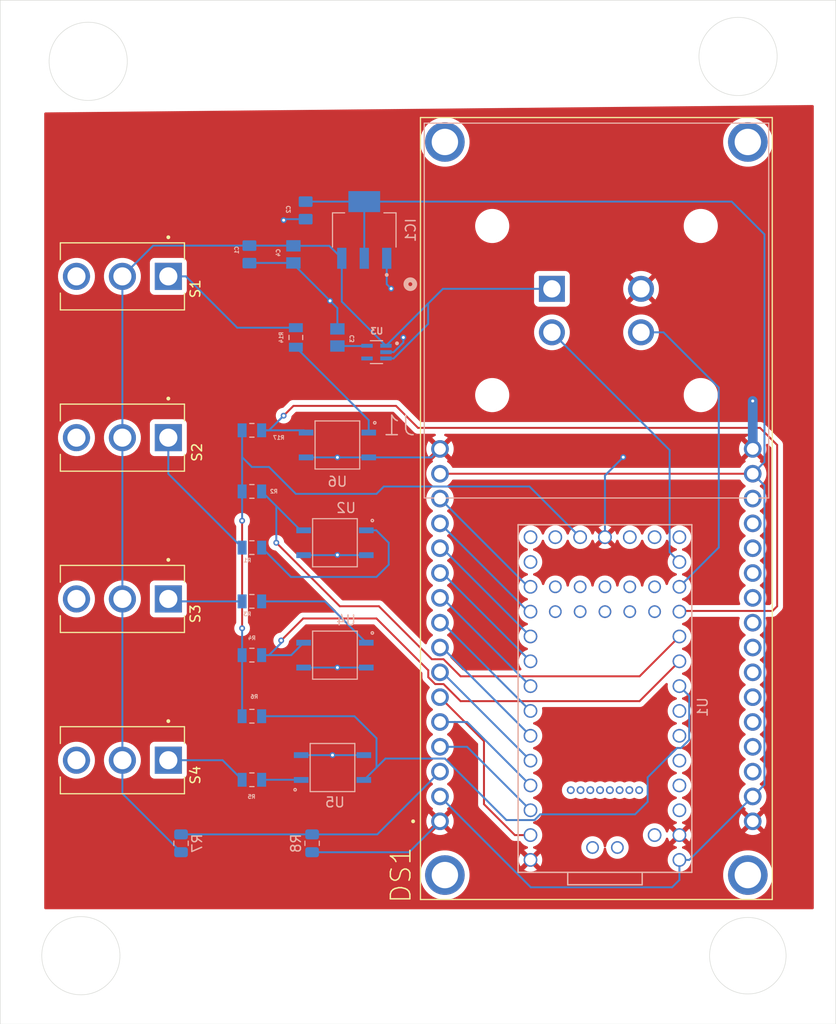
<source format=kicad_pcb>
(kicad_pcb (version 20241229) (generator "pcbnew") (generator_version "9.0")
  (layers (0 "F.Cu" signal) (2 "B.Cu" signal) (13 "F.Paste" user) (15 "B.Paste" user) (5 "F.SilkS" user "F.Silkscreen") (7 "B.SilkS" user "B.Silkscreen") (1 "F.Mask" user) (3 "B.Mask" user) (25 "Edge.Cuts" user))
  (net 0 "")
  (net 1 "+1.3V")
  (net 2 "GND")
  (net 3 "+12V")
  (net 4 "Net-(U1-0_RX1_CRX2_CS1)")
  (net 5 "Net-(U1-2_OUT2)")
  (net 6 "Net-(U1-4_BCLK2)")
  (net 7 "Net-(U1-5_IN2)")
  (net 8 "Net-(U1-3_LRCLK2)")
  (net 9 "Net-(U1-6_OUT1D)")
  (net 10 "Net-(U1-1_TX1_CTX2_MISO1)")
  (net 11 "Net-(U1-10_CS_MQSR)")
  (net 12 "Net-(U1-8_TX2_IN1)")
  (net 13 "+5V")
  (net 14 "Net-(U1-9_OUT1C)")
  (net 15 "Net-(U1-7_RX2_OUT1A)")
  (net 16 "Net-(U1-15_A1_RX3_SPDIF_IN)")
  (net 17 "Net-(U1-14_A0_TX3_SPDIF_OUT)")
  (net 51 "+3.7V")
  (net 56 "Net-(R14-Pad1)")
  (net 57 "Net-(R1-Pad1)")
  (net 59 "Net-(R3-Pad1)")
  (net 62 "Net-(R5-Pad1)")
  (net 63 "Net-(U1-17_A3_TX4_SDA1)")
  (net 64 "+3.3V")
  (net 65 "Net-(U1-19_A5_SCL0)")
  (net 66 "Net-(U1-16_A2_RX4_SCL1)")
  (net 67 "Net-(U1-18_A4_SDA0)")
  (net 68 "Net-(R1-Pad2)")
  (net 69 "Net-(R3-Pad2)")
  (net 70 "Net-(R5-Pad2)")
  (net 71 "Net-(R14-Pad2)")
  (footprint "100SP1T1B4M2QE:SW_100SP1T1B4M2QE" (layer "F.Cu") (at 139.25 107 -90)
    (property "Reference" "S4" (at 1.52 -7.465 90) (layer "F.SilkS"))
    (property "Value" "100SP1T1B4M2QE")
    (pad "1" thru_hole rect (at 0 -4.7 270) (size 2.775 2.775) (drill 1.85) (layers "*.Cu" "*.Mask") (net 62 "Net-(R5-Pad1)"))
    (pad "2" thru_hole circle (at 0 0 270) (size 2.775 2.775) (drill 1.85) (layers "*.Cu" "*.Mask") (net 3 "+12V"))
    (pad "3" thru_hole circle (at 0 4.7 270) (size 2.775 2.775) (drill 1.85) (layers "*.Cu" "*.Mask"))
  )
  (footprint "100SP1T1B4M2QE:SW_100SP1T1B4M2QE" (layer "F.Cu") (at 139.25 57.5 -90)
    (property "Reference" "S1" (at 1.27 -7.465 90) (layer "F.SilkS"))
    (property "Value" "100SP1T1B4M2QE")
    (pad "1" thru_hole rect (at 0 -4.7 270) (size 2.775 2.775) (drill 1.85) (layers "*.Cu" "*.Mask") (net 56 "Net-(R14-Pad1)"))
    (pad "2" thru_hole circle (at 0 0 270) (size 2.775 2.775) (drill 1.85) (layers "*.Cu" "*.Mask") (net 3 "+12V"))
    (pad "3" thru_hole circle (at 0 4.7 270) (size 2.775 2.775) (drill 1.85) (layers "*.Cu" "*.Mask"))
  )
  (footprint "100SP1T1B4M2QE:SW_100SP1T1B4M2QE" (layer "F.Cu") (at 139.25 90.5 -90)
    (property "Reference" "S3" (at 1.52 -7.465 90) (layer "F.SilkS"))
    (property "Value" "100SP1T1B4M2QE")
    (pad "1" thru_hole rect (at 0 -4.7 270) (size 2.775 2.775) (drill 1.85) (layers "*.Cu" "*.Mask") (net 59 "Net-(R3-Pad1)"))
    (pad "2" thru_hole circle (at 0 0 270) (size 2.775 2.775) (drill 1.85) (layers "*.Cu" "*.Mask") (net 3 "+12V"))
    (pad "3" thru_hole circle (at 0 4.7 270) (size 2.775 2.775) (drill 1.85) (layers "*.Cu" "*.Mask"))
  )
  (footprint "100SP1T1B4M2QE:SW_100SP1T1B4M2QE" (layer "F.Cu") (at 139.25 74 -90)
    (property "Reference" "S2" (at 1.5 -7.635 90) (layer "F.SilkS"))
    (property "Value" "100SP1T1B4M2QE")
    (pad "1" thru_hole rect (at 0 -4.7 270) (size 2.775 2.775) (drill 1.85) (layers "*.Cu" "*.Mask") (net 57 "Net-(R1-Pad1)"))
    (pad "2" thru_hole circle (at 0 0 270) (size 2.775 2.775) (drill 1.85) (layers "*.Cu" "*.Mask") (net 3 "+12V"))
    (pad "3" thru_hole circle (at 0 4.7 270) (size 2.775 2.775) (drill 1.85) (layers "*.Cu" "*.Mask"))
  )
  (footprint "NHD-0216K1Z-NSW-BBW-L:NHD_NHD-0216K1Z-NSW-BBW-L" (layer "F.Cu") (at 187.75 81.25 90)
    (property "Reference" "DS1" (at -37.5 -20 90) (layer "F.SilkS") (effects (font (size 2 2))))
    (property "Value" "NHD-0216K1Z-NSW-BBW-L")
    (pad "1_1" thru_hole circle (at -32 -16 90) (size 1.8 1.8) (drill 1.2) (layers "*.Cu" "*.Mask") (net 2 "GND"))
    (pad "1_2" thru_hole circle (at -32 16 90) (size 1.8 1.8) (drill 1.2) (layers "*.Cu" "*.Mask") (net 2 "GND"))
    (pad "2_1" thru_hole circle (at -29.46 -16 90) (size 1.8 1.8) (drill 1.2) (layers "*.Cu" "*.Mask") (net 13 "+5V"))
    (pad "2_2" thru_hole circle (at -29.46 16 90) (size 1.8 1.8) (drill 1.2) (layers "*.Cu" "*.Mask") (net 13 "+5V"))
    (pad "3_1" thru_hole circle (at -26.92 -16 90) (size 1.8 1.8) (drill 1.2) (layers "*.Cu" "*.Mask") (net 51 "+3.7V"))
    (pad "3_2" thru_hole circle (at -26.92 16 90) (size 1.8 1.8) (drill 1.2) (layers "*.Cu" "*.Mask") (net 51 "+3.7V"))
    (pad "4_1" thru_hole circle (at -24.38 -16 90) (size 1.8 1.8) (drill 1.2) (layers "*.Cu" "*.Mask") (net 10 "Net-(U1-1_TX1_CTX2_MISO1)"))
    (pad "4_2" thru_hole circle (at -24.38 16 90) (size 1.8 1.8) (drill 1.2) (layers "*.Cu" "*.Mask") (net 10 "Net-(U1-1_TX1_CTX2_MISO1)"))
    (pad "5_1" thru_hole circle (at -21.84 -16 90) (size 1.8 1.8) (drill 1.2) (layers "*.Cu" "*.Mask") (net 5 "Net-(U1-2_OUT2)"))
    (pad "5_2" thru_hole circle (at -21.84 16 90) (size 1.8 1.8) (drill 1.2) (layers "*.Cu" "*.Mask") (net 5 "Net-(U1-2_OUT2)"))
    (pad "6_1" thru_hole circle (at -19.3 -16 90) (size 1.8 1.8) (drill 1.2) (layers "*.Cu" "*.Mask") (net 4 "Net-(U1-0_RX1_CRX2_CS1)"))
    (pad "6_2" thru_hole circle (at -19.3 16 90) (size 1.8 1.8) (drill 1.2) (layers "*.Cu" "*.Mask") (net 4 "Net-(U1-0_RX1_CRX2_CS1)"))
    (pad "7_1" thru_hole circle (at -16.76 -16 90) (size 1.8 1.8) (drill 1.2) (layers "*.Cu" "*.Mask") (net 8 "Net-(U1-3_LRCLK2)"))
    (pad "7_2" thru_hole circle (at -16.76 16 90) (size 1.8 1.8) (drill 1.2) (layers "*.Cu" "*.Mask") (net 8 "Net-(U1-3_LRCLK2)"))
    (pad "8_1" thru_hole circle (at -14.22 -16 90) (size 1.8 1.8) (drill 1.2) (layers "*.Cu" "*.Mask") (net 6 "Net-(U1-4_BCLK2)"))
    (pad "8_2" thru_hole circle (at -14.22 16 90) (size 1.8 1.8) (drill 1.2) (layers "*.Cu" "*.Mask") (net 6 "Net-(U1-4_BCLK2)"))
    (pad "9_1" thru_hole circle (at -11.68 -16 90) (size 1.8 1.8) (drill 1.2) (layers "*.Cu" "*.Mask") (net 7 "Net-(U1-5_IN2)"))
    (pad "9_2" thru_hole circle (at -11.68 16 90) (size 1.8 1.8) (drill 1.2) (layers "*.Cu" "*.Mask") (net 7 "Net-(U1-5_IN2)"))
    (pad "10_1" thru_hole circle (at -9.14 -16 90) (size 1.8 1.8) (drill 1.2) (layers "*.Cu" "*.Mask") (net 9 "Net-(U1-6_OUT1D)"))
    (pad "10_2" thru_hole circle (at -9.14 16 90) (size 1.8 1.8) (drill 1.2) (layers "*.Cu" "*.Mask") (net 9 "Net-(U1-6_OUT1D)"))
    (pad "11_1" thru_hole circle (at -6.6 -16 90) (size 1.8 1.8) (drill 1.2) (layers "*.Cu" "*.Mask") (net 15 "Net-(U1-7_RX2_OUT1A)"))
    (pad "11_2" thru_hole circle (at -6.6 16 90) (size 1.8 1.8) (drill 1.2) (layers "*.Cu" "*.Mask") (net 15 "Net-(U1-7_RX2_OUT1A)"))
    (pad "12_1" thru_hole circle (at -4.06 -16 90) (size 1.8 1.8) (drill 1.2) (layers "*.Cu" "*.Mask") (net 12 "Net-(U1-8_TX2_IN1)"))
    (pad "12_2" thru_hole circle (at -4.06 16 90) (size 1.8 1.8) (drill 1.2) (layers "*.Cu" "*.Mask") (net 12 "Net-(U1-8_TX2_IN1)"))
    (pad "13_1" thru_hole circle (at -1.52 -16 90) (size 1.8 1.8) (drill 1.2) (layers "*.Cu" "*.Mask") (net 14 "Net-(U1-9_OUT1C)"))
    (pad "13_2" thru_hole circle (at -1.52 16 90) (size 1.8 1.8) (drill 1.2) (layers "*.Cu" "*.Mask") (net 14 "Net-(U1-9_OUT1C)"))
    (pad "14_1" thru_hole circle (at 1.02 -16 90) (size 1.8 1.8) (drill 1.2) (layers "*.Cu" "*.Mask") (net 11 "Net-(U1-10_CS_MQSR)"))
    (pad "14_2" thru_hole circle (at 1.02 16 90) (size 1.8 1.8) (drill 1.2) (layers "*.Cu" "*.Mask") (net 11 "Net-(U1-10_CS_MQSR)"))
    (pad "15_1" thru_hole circle (at 3.56 -16 90) (size 1.8 1.8) (drill 1.2) (layers "*.Cu" "*.Mask") (net 13 "+5V"))
    (pad "15_2" thru_hole circle (at 3.56 16 90) (size 1.8 1.8) (drill 1.2) (layers "*.Cu" "*.Mask") (net 13 "+5V"))
    (pad "16_1" thru_hole circle (at 6.1 -16 90) (size 1.8 1.8) (drill 1.2) (layers "*.Cu" "*.Mask") (net 2 "GND"))
    (pad "16_2" thru_hole circle (at 6.1 16 90) (size 1.8 1.8) (drill 1.2) (layers "*.Cu" "*.Mask") (net 2 "GND"))
    (pad "S1" thru_hole circle (at -37.5 15.5 90) (size 4.05 4.05) (drill 2.7) (layers "*.Cu" "*.Mask"))
    (pad "S2" thru_hole circle (at 37.5 15.5 90) (size 4.05 4.05) (drill 2.7) (layers "*.Cu" "*.Mask"))
    (pad "S3" thru_hole circle (at -37.5 -15.5 90) (size 4.05 4.05) (drill 2.7) (layers "*.Cu" "*.Mask"))
    (pad "S4" thru_hole circle (at 37.5 -15.5 90) (size 4.05 4.05) (drill 2.7) (layers "*.Cu" "*.Mask"))
  )
  (footprint "teensy.pretty-master:Teensy40_SMT" (layer "B.Cu") (at 188.63 100.69 90)
    (property "Reference" "U1" (at -0.885 10 90) (layer "B.SilkS") (effects (justify mirror)))
    (property "Value" "Teensy4.0")
    (pad "1" thru_hole circle (at -16.51 -7.62 90) (size 1.404 1.404) (drill 1.1) (layers "*.Cu" "*.Mask") (net 2 "GND"))
    (pad "2" thru_hole circle (at -13.97 -7.62 90) (size 1.404 1.404) (drill 1.1) (layers "*.Cu" "*.Mask") (net 4 "Net-(U1-0_RX1_CRX2_CS1)"))
    (pad "3" thru_hole circle (at -11.43 -7.62 90) (size 1.404 1.404) (drill 1.1) (layers "*.Cu" "*.Mask") (net 10 "Net-(U1-1_TX1_CTX2_MISO1)"))
    (pad "4" thru_hole circle (at -8.89 -7.62 90) (size 1.404 1.404) (drill 1.1) (layers "*.Cu" "*.Mask") (net 5 "Net-(U1-2_OUT2)"))
    (pad "5" thru_hole circle (at -6.35 -7.62 90) (size 1.404 1.404) (drill 1.1) (layers "*.Cu" "*.Mask") (net 8 "Net-(U1-3_LRCLK2)"))
    (pad "6" thru_hole circle (at -3.81 -7.62 90) (size 1.404 1.404) (drill 1.1) (layers "*.Cu" "*.Mask") (net 6 "Net-(U1-4_BCLK2)"))
    (pad "7" thru_hole circle (at -1.27 -7.62 90) (size 1.404 1.404) (drill 1.1) (layers "*.Cu" "*.Mask") (net 7 "Net-(U1-5_IN2)"))
    (pad "8" thru_hole circle (at 1.27 -7.62 90) (size 1.404 1.404) (drill 1.1) (layers "*.Cu" "*.Mask") (net 9 "Net-(U1-6_OUT1D)"))
    (pad "9" thru_hole circle (at 3.81 -7.62 90) (size 1.404 1.404) (drill 1.1) (layers "*.Cu" "*.Mask") (net 15 "Net-(U1-7_RX2_OUT1A)"))
    (pad "10" thru_hole circle (at 6.35 -7.62 90) (size 1.404 1.404) (drill 1.1) (layers "*.Cu" "*.Mask") (net 12 "Net-(U1-8_TX2_IN1)"))
    (pad "11" thru_hole circle (at 8.89 -7.62 90) (size 1.404 1.404) (drill 1.1) (layers "*.Cu" "*.Mask") (net 14 "Net-(U1-9_OUT1C)"))
    (pad "12" thru_hole circle (at 11.43 -7.62 90) (size 1.404 1.404) (drill 1.1) (layers "*.Cu" "*.Mask") (net 11 "Net-(U1-10_CS_MQSR)"))
    (pad "13" thru_hole circle (at 13.97 -7.62 90) (size 1.404 1.404) (drill 1.1) (layers "*.Cu" "*.Mask"))
    (pad "14" thru_hole circle (at 16.51 -7.62 90) (size 1.404 1.404) (drill 1.1) (layers "*.Cu" "*.Mask"))
    (pad "15" thru_hole circle (at 16.51 -5.08 90) (size 1.404 1.404) (drill 1.1) (layers "*.Cu" "*.Mask"))
    (pad "16" thru_hole circle (at 16.51 -2.54 90) (size 1.404 1.404) (drill 1.1) (layers "*.Cu" "*.Mask") (net 64 "+3.3V"))
    (pad "17" thru_hole circle (at 16.51 0 90) (size 1.404 1.404) (drill 1.1) (layers "*.Cu" "*.Mask") (net 2 "GND"))
    (pad "18" thru_hole circle (at 16.51 2.54 90) (size 1.404 1.404) (drill 1.1) (layers "*.Cu" "*.Mask"))
    (pad "19" thru_hole circle (at 16.51 5.08 90) (size 1.404 1.404) (drill 1.1) (layers "*.Cu" "*.Mask"))
    (pad "20" thru_hole circle (at 16.51 7.62 90) (size 1.404 1.404) (drill 1.1) (layers "*.Cu" "*.Mask"))
    (pad "21" thru_hole circle (at 13.97 7.62 90) (size 1.404 1.404) (drill 1.1) (layers "*.Cu" "*.Mask") (net 17 "Net-(U1-14_A0_TX3_SPDIF_OUT)"))
    (pad "22" thru_hole circle (at 11.43 7.62 90) (size 1.404 1.404) (drill 1.1) (layers "*.Cu" "*.Mask") (net 16 "Net-(U1-15_A1_RX3_SPDIF_IN)"))
    (pad "23" thru_hole circle (at 8.89 7.62 90) (size 1.404 1.404) (drill 1.1) (layers "*.Cu" "*.Mask") (net 66 "Net-(U1-16_A2_RX4_SCL1)"))
    (pad "24" thru_hole circle (at 6.35 7.62 90) (size 1.404 1.404) (drill 1.1) (layers "*.Cu" "*.Mask") (net 63 "Net-(U1-17_A3_TX4_SDA1)"))
    (pad "25" thru_hole circle (at 3.81 7.62 90) (size 1.404 1.404) (drill 1.1) (layers "*.Cu" "*.Mask") (net 67 "Net-(U1-18_A4_SDA0)"))
    (pad "26" thru_hole circle (at 1.27 7.62 90) (size 1.404 1.404) (drill 1.1) (layers "*.Cu" "*.Mask") (net 65 "Net-(U1-19_A5_SCL0)"))
    (pad "27" thru_hole circle (at -1.27 7.62 90) (size 1.404 1.404) (drill 1.1) (layers "*.Cu" "*.Mask"))
    (pad "28" thru_hole circle (at -3.81 7.62 90) (size 1.404 1.404) (drill 1.1) (layers "*.Cu" "*.Mask"))
    (pad "29" thru_hole circle (at -6.35 7.62 90) (size 1.404 1.404) (drill 1.1) (layers "*.Cu" "*.Mask"))
    (pad "30" thru_hole circle (at -8.89 7.62 90) (size 1.404 1.404) (drill 1.1) (layers "*.Cu" "*.Mask"))
    (pad "31" thru_hole circle (at -11.43 7.62 90) (size 1.404 1.404) (drill 1.1) (layers "*.Cu" "*.Mask"))
    (pad "32" thru_hole circle (at -13.97 7.62 90) (size 1.404 1.404) (drill 1.1) (layers "*.Cu" "*.Mask") (net 2 "GND"))
    (pad "33" thru_hole circle (at -16.51 7.62 90) (size 1.404 1.404) (drill 1.1) (layers "*.Cu" "*.Mask") (net 13 "+5V"))
    (pad "34" thru_hole circle (at -13.97 5.08 90) (size 1.404 1.404) (drill 1.1) (layers "*.Cu" "*.Mask"))
    (pad "35" thru_hole circle (at 11.43 5.08 90) (size 1.304 1.304) (drill 1) (layers "*.Cu" "*.Mask"))
    (pad "36" thru_hole circle (at 8.89 5.08 90) (size 1.304 1.304) (drill 1) (layers "*.Cu" "*.Mask"))
    (pad "37" thru_hole circle (at 11.43 2.54 90) (size 1.304 1.304) (drill 1) (layers "*.Cu" "*.Mask"))
    (pad "38" thru_hole circle (at 8.89 2.54 90) (size 1.304 1.304) (drill 1) (layers "*.Cu" "*.Mask"))
    (pad "39" thru_hole circle (at 11.43 0 90) (size 1.304 1.304) (drill 1) (layers "*.Cu" "*.Mask"))
    (pad "40" thru_hole circle (at 8.89 0 90) (size 1.304 1.304) (drill 1) (layers "*.Cu" "*.Mask"))
    (pad "41" thru_hole circle (at 11.43 -2.54 90) (size 1.304 1.304) (drill 1) (layers "*.Cu" "*.Mask"))
    (pad "42" thru_hole circle (at 8.89 -2.54 90) (size 1.304 1.304) (drill 1) (layers "*.Cu" "*.Mask"))
    (pad "43" thru_hole circle (at 11.43 -5.08 90) (size 1.304 1.304) (drill 1) (layers "*.Cu" "*.Mask"))
    (pad "44" thru_hole circle (at 8.89 -5.08 90) (size 1.304 1.304) (drill 1) (layers "*.Cu" "*.Mask"))
    (pad "45" thru_hole circle (at -9.3716 3.5 90) (size 0.804 0.804) (drill 0.5) (layers "*.Cu" "*.Mask"))
    (pad "46" thru_hole circle (at -9.3716 2.5 90) (size 0.804 0.804) (drill 0.5) (layers "*.Cu" "*.Mask"))
    (pad "47" thru_hole circle (at -9.3716 1.5 90) (size 0.804 0.804) (drill 0.5) (layers "*.Cu" "*.Mask"))
    (pad "48" thru_hole circle (at -9.3716 0.5 90) (size 0.804 0.804) (drill 0.5) (layers "*.Cu" "*.Mask"))
    (pad "49" thru_hole circle (at -9.3716 -0.5 90) (size 0.804 0.804) (drill 0.5) (layers "*.Cu" "*.Mask"))
    (pad "50" thru_hole circle (at -9.3716 -1.5 90) (size 0.804 0.804) (drill 0.5) (layers "*.Cu" "*.Mask"))
    (pad "51" thru_hole circle (at -9.3716 -2.5 90) (size 0.804 0.804) (drill 0.5) (layers "*.Cu" "*.Mask"))
    (pad "52" thru_hole circle (at -9.3716 -3.5 90) (size 0.804 0.804) (drill 0.5) (layers "*.Cu" "*.Mask"))
    (pad "53" thru_hole circle (at -15.24 1.27 90) (size 1.304 1.304) (drill 1) (layers "*.Cu" "*.Mask"))
    (pad "54" thru_hole circle (at -15.24 -1.27 90) (size 1.304 1.304) (drill 1) (layers "*.Cu" "*.Mask"))
  )
  (footprint "CRCW08051K00FKEA:RESC2012X50N" (layer "B.Cu") (at 152.5 109)
    (property "Reference" "R5" (at -0.035 1.73 0) (layer "B.SilkS") (effects (font (size 0.393701 0.393701)) (justify mirror)))
    (property "Value" "10K")
    (pad "1" smd rect (at -1 0) (size 0.92 1.42) (layers "B.Cu" "B.Mask" "B.Paste") (net 62 "Net-(R5-Pad1)"))
    (pad "2" smd rect (at 1 0) (size 0.92 1.42) (layers "B.Cu" "B.Mask" "B.Paste") (net 70 "Net-(R5-Pad2)"))
  )
  (footprint "CRCW08051K00FKEA:RESC2012X50N" (layer "B.Cu") (at 152.5 90.75)
    (property "Reference" "R3" (at -0.46 1.3 0) (layer "B.SilkS") (effects (font (size 0.393701 0.393701)) (justify mirror)))
    (property "Value" "10K")
    (pad "1" smd rect (at -1 0) (size 0.92 1.42) (layers "B.Cu" "B.Mask" "B.Paste") (net 59 "Net-(R3-Pad1)"))
    (pad "2" smd rect (at 1 0) (size 0.92 1.42) (layers "B.Cu" "B.Mask" "B.Paste") (net 69 "Net-(R3-Pad2)"))
  )
  (footprint "CL21A106KOQNNNE:CAPC2012X140N" (layer "B.Cu") (at 152.25 55.25 -90)
    (property "Reference" "C1" (at -0.44 1.3 90) (layer "B.SilkS") (effects (font (size 0.393701 0.393701)) (justify mirror)))
    (property "Value" "CL21A106KOQNNNE")
    (pad "1" smd roundrect (at -0.895 0 270) (size 1.08 1.42) (layers "B.Cu" "B.Mask" "B.Paste") (roundrect_rratio 0.125) (net 3 "+12V"))
    (pad "2" smd roundrect (at 0.895 0 270) (size 1.08 1.42) (layers "B.Cu" "B.Mask" "B.Paste") (roundrect_rratio 0.125) (net 2 "GND"))
  )
  (footprint "CL21A106KOQNNNE:CAPC2012X140N" (layer "B.Cu") (at 158 50.75 -90)
    (property "Reference" "C2" (at -0.105 1.75 90) (layer "B.SilkS") (effects (font (size 0.393701 0.393701)) (justify mirror)))
    (property "Value" "CL21A106KOQNNNE")
    (pad "1" smd roundrect (at -0.895 0 270) (size 1.08 1.42) (layers "B.Cu" "B.Mask" "B.Paste") (roundrect_rratio 0.125) (net 13 "+5V"))
    (pad "2" smd roundrect (at 0.895 0 270) (size 1.08 1.42) (layers "B.Cu" "B.Mask" "B.Paste") (roundrect_rratio 0.125) (net 2 "GND"))
  )
  (footprint "MIC5365-1.3YC5-TR:SOT65P210X110-5N" (layer "B.Cu") (at 165.25 65.25 180)
    (property "Reference" "U3" (at -0.03 2.15 0) (layer "B.SilkS") (effects (font (size 0.64 0.64)) (justify mirror)))
    (property "Value" "MIC5365-1.3YC5-TR")
    (pad "1" smd rect (at -0.97 0.65 180) (size 1.17 0.4) (layers "B.Cu" "B.Mask" "B.Paste") (net 3 "+12V"))
    (pad "2" smd rect (at -0.97 0 180) (size 1.17 0.4) (layers "B.Cu" "B.Mask" "B.Paste") (net 2 "GND"))
    (pad "3" smd rect (at -0.97 -0.65 180) (size 1.17 0.4) (layers "B.Cu" "B.Mask" "B.Paste") (net 3 "+12V"))
    (pad "4" smd rect (at 0.97 -0.65 180) (size 1.17 0.4) (layers "B.Cu" "B.Mask" "B.Paste"))
    (pad "5" smd rect (at 0.97 0.65 180) (size 1.17 0.4) (layers "B.Cu" "B.Mask" "B.Paste") (net 1 "+1.3V"))
  )
  (footprint "VOM618A-3T:SOIC254P695X242-4N" (layer "B.Cu") (at 161.25 74.75 180)
    (property "Reference" "U6" (at 0 -3.75 0) (layer "B.SilkS") (effects (font (size 1.000898 1.000898)) (justify mirror)))
    (property "Value" "VOM618A-3T")
    (pad "1" smd rect (at -3.205 1.27 180) (size 1.5 0.6) (layers "B.Cu" "B.Mask" "B.Paste") (net 71 "Net-(R14-Pad2)"))
    (pad "2" smd rect (at -3.205 -1.27 180) (size 1.5 0.6) (layers "B.Cu" "B.Mask" "B.Paste") (net 2 "GND"))
    (pad "3" smd rect (at 3.205 -1.27 180) (size 1.5 0.6) (layers "B.Cu" "B.Mask" "B.Paste") (net 2 "GND"))
    (pad "4" smd rect (at 3.205 1.27 180) (size 1.5 0.6) (layers "B.Cu" "B.Mask" "B.Paste") (net 66 "Net-(U1-16_A2_RX4_SCL1)"))
  )
  (footprint "CRCW08051K00FKEA:RESC2012X50N" (layer "B.Cu") (at 152.5 79.5 180)
    (property "Reference" "R2" (at -2.25 0 0) (layer "B.SilkS") (effects (font (size 0.393701 0.393701)) (justify mirror)))
    (property "Value" "10K")
    (pad "1" smd rect (at -1 0 180) (size 0.92 1.42) (layers "B.Cu" "B.Mask" "B.Paste") (net 63 "Net-(U1-17_A3_TX4_SDA1)"))
    (pad "2" smd rect (at 1 0 180) (size 0.92 1.42) (layers "B.Cu" "B.Mask" "B.Paste") (net 64 "+3.3V"))
  )
  (footprint "C0805C104Z3VACTU:CAPC2012X88N" (layer "B.Cu") (at 161.25 63.75 90)
    (property "Reference" "C3" (at -0.125 1.5 90) (layer "B.SilkS") (effects (font (size 0.393701 0.393701)) (justify mirror)))
    (property "Value" "C0805C104Z3VACTU")
    (pad "1" smd rect (at -0.875 0 90) (size 1.16 1.47) (layers "B.Cu" "B.Mask" "B.Paste") (net 1 "+1.3V"))
    (pad "2" smd rect (at 0.875 0 90) (size 1.16 1.47) (layers "B.Cu" "B.Mask" "B.Paste") (net 2 "GND"))
  )
  (footprint "CRCW08051K00FKEA:RESC2012X50N" (layer "B.Cu") (at 152.5 96.25 180)
    (property "Reference" "R4" (at 0 1.75 0) (layer "B.SilkS") (effects (font (size 0.393701 0.393701)) (justify mirror)))
    (property "Value" "10K")
    (pad "1" smd rect (at -1 0 180) (size 0.92 1.42) (layers "B.Cu" "B.Mask" "B.Paste") (net 67 "Net-(U1-18_A4_SDA0)"))
    (pad "2" smd rect (at 1 0 180) (size 0.92 1.42) (layers "B.Cu" "B.Mask" "B.Paste") (net 64 "+3.3V"))
  )
  (footprint "CRCW08051K00FKEA:RESC2012X50N" (layer "B.Cu") (at 157 63.75 -90)
    (property "Reference" "R14" (at 0 1.5 90) (layer "B.SilkS") (effects (font (size 0.393701 0.393701)) (justify mirror)))
    (property "Value" "10K")
    (pad "1" smd rect (at -1 0 270) (size 0.92 1.42) (layers "B.Cu" "B.Mask" "B.Paste") (net 56 "Net-(R14-Pad1)"))
    (pad "2" smd rect (at 1 0 270) (size 0.92 1.42) (layers "B.Cu" "B.Mask" "B.Paste") (net 71 "Net-(R14-Pad2)"))
  )
  (footprint "VOM618A-3T:SOIC254P695X242-4N" (layer "B.Cu") (at 160.75 107.75)
    (property "Reference" "U5" (at 0.25 3.5592 0) (layer "B.SilkS") (effects (font (size 1.000898 1.000898)) (justify mirror)))
    (property "Value" "VOM618A-3T")
    (pad "1" smd rect (at -3.205 1.27) (size 1.5 0.6) (layers "B.Cu" "B.Mask" "B.Paste") (net 70 "Net-(R5-Pad2)"))
    (pad "2" smd rect (at -3.205 -1.27) (size 1.5 0.6) (layers "B.Cu" "B.Mask" "B.Paste") (net 2 "GND"))
    (pad "3" smd rect (at 3.205 -1.27) (size 1.5 0.6) (layers "B.Cu" "B.Mask" "B.Paste") (net 2 "GND"))
    (pad "4" smd rect (at 3.205 1.27) (size 1.5 0.6) (layers "B.Cu" "B.Mask" "B.Paste") (net 65 "Net-(U1-19_A5_SCL0)"))
  )
  (footprint "Resistor_SMD:R_0805_2012Metric" (layer "B.Cu") (at 145.25 115.5 90)
    (property "Reference" "R7" (at 0 1.65 90) (layer "B.SilkS") (effects (justify mirror)))
    (property "Value" "R_250")
    (pad "1" smd roundrect (at -0.9125 0 90) (size 1.025 1.4) (layers "B.Cu" "B.Mask" "B.Paste") (roundrect_rratio 0.243902) (net 3 "+12V"))
    (pad "2" smd roundrect (at 0.9125 0 90) (size 1.025 1.4) (layers "B.Cu" "B.Mask" "B.Paste") (roundrect_rratio 0.243902) (net 51 "+3.7V"))
  )
  (footprint "CRCW08051K00FKEA:RESC2012X50N" (layer "B.Cu") (at 152.5 102.5 180)
    (property "Reference" "R6" (at -0.25 2 0) (layer "B.SilkS") (effects (font (size 0.393701 0.393701)) (justify mirror)))
    (property "Value" "10K")
    (pad "1" smd rect (at -1 0 180) (size 0.92 1.42) (layers "B.Cu" "B.Mask" "B.Paste") (net 65 "Net-(U1-19_A5_SCL0)"))
    (pad "2" smd rect (at 1 0 180) (size 0.92 1.42) (layers "B.Cu" "B.Mask" "B.Paste") (net 64 "+3.3V"))
  )
  (footprint "C0805C104Z3VACTU:CAPC2012X88N" (layer "B.Cu") (at 156.75 55.25 -90)
    (property "Reference" "C4" (at -0.168 1.545 90) (layer "B.SilkS") (effects (font (size 0.393701 0.393701)) (justify mirror)))
    (property "Value" "C0805C104Z3VACTU")
    (pad "1" smd rect (at -0.875 0 270) (size 1.16 1.47) (layers "B.Cu" "B.Mask" "B.Paste") (net 3 "+12V"))
    (pad "2" smd rect (at 0.875 0 270) (size 1.16 1.47) (layers "B.Cu" "B.Mask" "B.Paste") (net 2 "GND"))
  )
  (footprint "VOM618A-3T:SOIC254P695X242-4N" (layer "B.Cu") (at 161 84.75 180)
    (property "Reference" "U2" (at -1.14404 3.5592 0) (layer "B.SilkS") (effects (font (size 1.000898 1.000898)) (justify mirror)))
    (property "Value" "VOM618A-3T")
    (pad "1" smd rect (at -3.205 1.27 180) (size 1.5 0.6) (layers "B.Cu" "B.Mask" "B.Paste") (net 68 "Net-(R1-Pad2)"))
    (pad "2" smd rect (at -3.205 -1.27 180) (size 1.5 0.6) (layers "B.Cu" "B.Mask" "B.Paste") (net 2 "GND"))
    (pad "3" smd rect (at 3.205 -1.27 180) (size 1.5 0.6) (layers "B.Cu" "B.Mask" "B.Paste") (net 2 "GND"))
    (pad "4" smd rect (at 3.205 1.27 180) (size 1.5 0.6) (layers "B.Cu" "B.Mask" "B.Paste") (net 63 "Net-(U1-17_A3_TX4_SDA1)"))
  )
  (footprint "DT15-4P:TE_DT15-4P" (layer "B.Cu") (at 187.7625 61)
    (property "Reference" "J1" (at -20.19 11.775 0) (layer "B.SilkS") (effects (font (size 2.002157 2.002157)) (justify mirror)))
    (property "Value" "DT15-4P")
    (pad "" np_thru_hole circle (at -10.67 -8.655) (size 2.99 2.99) (drill 2.99) (layers "*.Cu" "*.Mask"))
    (pad "" np_thru_hole circle (at -10.67 8.645) (size 2.99 2.99) (drill 2.99) (layers "*.Cu" "*.Mask"))
    (pad "" np_thru_hole circle (at 10.67 -8.655) (size 2.99 2.99) (drill 2.99) (layers "*.Cu" "*.Mask"))
    (pad "" np_thru_hole circle (at 10.67 8.645) (size 2.99 2.99) (drill 2.99) (layers "*.Cu" "*.Mask"))
    (pad "1" thru_hole rect (at -4.56 -2.225) (size 2.655 2.655) (drill 1.77) (layers "*.Cu" "*.Mask") (net 3 "+12V"))
    (pad "2" thru_hole circle (at -4.56 2.225) (size 2.655 2.655) (drill 1.77) (layers "*.Cu" "*.Mask") (net 17 "Net-(U1-14_A0_TX3_SPDIF_OUT)"))
    (pad "3" thru_hole circle (at 4.56 2.225) (size 2.655 2.655) (drill 1.77) (layers "*.Cu" "*.Mask") (net 16 "Net-(U1-15_A1_RX3_SPDIF_IN)"))
    (pad "4" thru_hole circle (at 4.56 -2.225) (size 2.655 2.655) (drill 1.77) (layers "*.Cu" "*.Mask") (net 2 "GND"))
  )
  (footprint "CRCW08051K00FKEA:RESC2012X50N" (layer "B.Cu") (at 152.5 73.25 180)
    (property "Reference" "R17" (at -2.75 -0.75 0) (layer "B.SilkS") (effects (font (size 0.393701 0.393701)) (justify mirror)))
    (property "Value" "10K")
    (pad "1" smd rect (at -1 0 180) (size 0.92 1.42) (layers "B.Cu" "B.Mask" "B.Paste") (net 66 "Net-(U1-16_A2_RX4_SCL1)"))
    (pad "2" smd rect (at 1 0 180) (size 0.92 1.42) (layers "B.Cu" "B.Mask" "B.Paste") (net 64 "+3.3V"))
  )
  (footprint "REG1117-5:SOT230P700X180-4N" (layer "B.Cu") (at 164 52.75 90)
    (property "Reference" "IC1" (at -0.025 4.754 90) (layer "B.SilkS") (effects (justify mirror)))
    (property "Value" "REG1117-5")
    (pad "1" smd rect (at -2.9 2.3 90) (size 2.15 0.95) (layers "B.Cu" "B.Mask" "B.Paste") (net 2 "GND"))
    (pad "2" smd rect (at -2.9 0 90) (size 2.15 0.95) (layers "B.Cu" "B.Mask" "B.Paste") (net 13 "+5V"))
    (pad "2" smd rect (at 2.9 0 90) (size 2.15 3.25) (layers "B.Cu" "B.Mask" "B.Paste") (net 13 "+5V"))
    (pad "3" smd rect (at -2.9 -2.3 90) (size 2.15 0.95) (layers "B.Cu" "B.Mask" "B.Paste") (net 3 "+12V"))
  )
  (footprint "VOM618A-3T:SOIC254P695X242-4N" (layer "B.Cu") (at 161 96.25 180)
    (property "Reference" "U4" (at -1.14404 3.5592 0) (layer "B.SilkS") (effects (font (size 1.000898 1.000898)) (justify mirror)))
    (property "Value" "VOM618A-3T")
    (pad "1" smd rect (at -3.205 1.27 180) (size 1.5 0.6) (layers "B.Cu" "B.Mask" "B.Paste") (net 69 "Net-(R3-Pad2)"))
    (pad "2" smd rect (at -3.205 -1.27 180) (size 1.5 0.6) (layers "B.Cu" "B.Mask" "B.Paste") (net 2 "GND"))
    (pad "3" smd rect (at 3.205 -1.27 180) (size 1.5 0.6) (layers "B.Cu" "B.Mask" "B.Paste") (net 2 "GND"))
    (pad "4" smd rect (at 3.205 1.27 180) (size 1.5 0.6) (layers "B.Cu" "B.Mask" "B.Paste") (net 67 "Net-(U1-18_A4_SDA0)"))
  )
  (footprint "CRCW08051K00FKEA:RESC2012X50N" (layer "B.Cu") (at 152.5 85.25)
    (property "Reference" "R1" (at -0.46 1.3 0) (layer "B.SilkS") (effects (font (size 0.393701 0.393701)) (justify mirror)))
    (property "Value" "10K")
    (pad "1" smd rect (at -1 0) (size 0.92 1.42) (layers "B.Cu" "B.Mask" "B.Paste") (net 57 "Net-(R1-Pad1)"))
    (pad "2" smd rect (at 1 0) (size 0.92 1.42) (layers "B.Cu" "B.Mask" "B.Paste") (net 68 "Net-(R1-Pad2)"))
  )
  (footprint "Resistor_SMD:R_0805_2012Metric" (layer "B.Cu") (at 158.6625 115.5 -90)
    (property "Reference" "R8" (at 0 1.65 90) (layer "B.SilkS") (effects (justify mirror)))
    (property "Value" "R_110")
    (pad "1" smd roundrect (at -0.9125 0 270) (size 1.025 1.4) (layers "B.Cu" "B.Mask" "B.Paste") (roundrect_rratio 0.243902) (net 51 "+3.7V"))
    (pad "2" smd roundrect (at 0.9125 0 270) (size 1.025 1.4) (layers "B.Cu" "B.Mask" "B.Paste") (roundrect_rratio 0.243902) (net 2 "GND"))
  )
  (gr_circle (center 135.75 35.5) (end 135.75 39.5) (stroke (width 0.05)) (fill no) (layer "Edge.Cuts"))
  (gr_circle (center 203.25 127) (end 205 130.5) (stroke (width 0.05)) (fill no) (layer "Edge.Cuts"))
  (gr_circle (center 135 127) (end 135 131) (stroke (width 0.05)) (fill no) (layer "Edge.Cuts"))
  (gr_rect (start 126.75 29.25) (end 212.25 134) (stroke (width 0.05)) (fill no) (layer "Edge.Cuts"))
  (gr_circle (center 202.25 35) (end 202.25 39) (stroke (width 0.05)) (fill no) (layer "Edge.Cuts"))
  (segment (start 161.25 64.625) (end 164.255 64.625) (width 0.2) (layer "B.Cu") (net 1))
  (segment (start 164.255 64.625) (end 164.28 64.6) (width 0.2) (layer "B.Cu") (net 1))
  (via (at 203.75 70.25) (size 0.6) (drill 0.3) (layers "F.Cu" "B.Cu") (net 2))
  (via (at 161.25 86) (size 0.6) (drill 0.3) (layers "F.Cu" "B.Cu") (net 2))
  (via (at 161.25 97.52) (size 0.6) (drill 0.3) (layers "F.Cu" "B.Cu") (net 2))
  (via (at 168 63.75) (size 0.6) (drill 0.3) (layers "F.Cu" "B.Cu") (net 2))
  (via (at 190.5 76) (size 0.6) (drill 0.3) (layers "F.Cu" "B.Cu") (net 2))
  (via (at 161.25 76.02) (size 0.6) (drill 0.3) (layers "F.Cu" "B.Cu") (net 2))
  (via (at 160.5 60) (size 0.6) (drill 0.3) (layers "F.Cu" "B.Cu") (net 2))
  (via (at 166.75 58.75) (size 0.6) (drill 0.3) (layers "F.Cu" "B.Cu") (net 2))
  (via (at 160.75 106.48) (size 0.6) (drill 0.3) (layers "F.Cu" "B.Cu") (net 2))
  (via (at 155.75 51.75) (size 0.6) (drill 0.3) (layers "F.Cu" "B.Cu") (net 2))
  (segment (start 166.22 65.25) (end 167.005 65.25) (width 0.2) (layer "B.Cu") (net 2))
  (segment (start 157.795 97.52) (end 161.25 97.52) (width 0.2) (layer "B.Cu") (net 2))
  (segment (start 166.3 55.65) (end 166.3 58.3) (width 0.2) (layer "B.Cu") (net 2))
  (segment (start 168 64.255) (end 168 63.75) (width 0.2) (layer "B.Cu") (net 2))
  (segment (start 164.455 76.02) (end 170.88 76.02) (width 0.2) (layer "B.Cu") (net 2))
  (segment (start 160.75 106.48) (end 163.955 106.48) (width 0.2) (layer "B.Cu") (net 2))
  (segment (start 156.75 56.125) (end 152.27 56.125) (width 0.2) (layer "B.Cu") (net 2))
  (segment (start 156.75 56.125) (end 156.75 56.25) (width 0.2) (layer "B.Cu") (net 2))
  (segment (start 170.88 76.02) (end 171.75 75.15) (width 0.2) (layer "B.Cu") (net 2))
  (segment (start 157.795 86.02) (end 161.23 86.02) (width 0.2) (layer "B.Cu") (net 2))
  (segment (start 161.27 86.02) (end 164.205 86.02) (width 0.2) (layer "B.Cu") (net 2))
  (segment (start 168.5875 116.4125) (end 171.75 113.25) (width 0.2) (layer "B.Cu") (net 2))
  (segment (start 161.23 86.02) (end 161.25 86) (width 0.2) (layer "B.Cu") (net 2))
  (segment (start 161.25 97.52) (end 164.205 97.52) (width 0.2) (layer "B.Cu") (net 2))
  (segment (start 188.63 77.87) (end 190.5 76) (width 0.2) (layer "B.Cu") (net 2))
  (segment (start 158.045 76.02) (end 161.25 76.02) (width 0.2) (layer "B.Cu") (net 2))
  (segment (start 158 51.645) (end 155.855 51.645) (width 0.2) (layer "B.Cu") (net 2))
  (segment (start 155.855 51.645) (end 155.75 51.75) (width 0.2) (layer "B.Cu") (net 2))
  (segment (start 157.545 106.48) (end 160.75 106.48) (width 0.2) (layer "B.Cu") (net 2))
  (segment (start 158.6625 116.4125) (end 168.5875 116.4125) (width 0.2) (layer "B.Cu") (net 2))
  (segment (start 188.63 84.18) (end 188.63 77.87) (width 0.2) (layer "B.Cu") (net 2))
  (segment (start 156.75 56.25) (end 160.5 60) (width 0.2) (layer "B.Cu") (net 2))
  (segment (start 167.005 65.25) (end 168 64.255) (width 0.2) (layer "B.Cu") (net 2))
  (segment (start 161.25 60.75) (end 161.25 62.875) (width 0.2) (layer "B.Cu") (net 2))
  (segment (start 166.3 58.3) (end 166.75 58.75) (width 0.2) (layer "B.Cu") (net 2))
  (segment (start 152.27 56.125) (end 152.25 56.145) (width 0.2) (layer "B.Cu") (net 2))
  (segment (start 203.75 75.15) (end 203.75 70.25) (width 1) (layer "B.Cu") (net 2))
  (segment (start 161.25 76.02) (end 164.455 76.02) (width 0.2) (layer "B.Cu") (net 2))
  (segment (start 161.25 86) (end 161.27 86.02) (width 0.2) (layer "B.Cu") (net 2))
  (segment (start 160.5 60) (end 161.25 60.75) (width 0.2) (layer "B.Cu") (net 2))
  (segment (start 139.25 107) (end 139.25 110.4125) (width 0.2) (layer "B.Cu") (net 3))
  (segment (start 167.005 65.9) (end 170.535 62.37) (width 0.2) (layer "B.Cu") (net 3))
  (segment (start 170.535 62.37) (end 170.535 60.285) (width 0.2) (layer "B.Cu") (net 3))
  (segment (start 139.25 110.4125) (end 145.25 116.4125) (width 0.2) (layer "B.Cu") (net 3))
  (segment (start 172.045 58.775) (end 170.535 60.285) (width 0.2) (layer "B.Cu") (net 3))
  (segment (start 152.25 54.355) (end 156.73 54.355) (width 0.2) (layer "B.Cu") (net 3))
  (segment (start 183.2025 58.775) (end 172.045 58.775) (width 0.2) (layer "B.Cu") (net 3))
  (segment (start 139.25 74) (end 139.25 90.5) (width 0.2) (layer "B.Cu") (net 3))
  (segment (start 170.535 60.285) (end 166.22 64.6) (width 0.2) (layer "B.Cu") (net 3))
  (segment (start 139.25 57.5) (end 139.25 74) (width 0.2) (layer "B.Cu") (net 3))
  (segment (start 139.25 90.5) (end 139.25 107) (width 0.2) (layer "B.Cu") (net 3))
  (segment (start 156.75 54.375) (end 160.425 54.375) (width 0.2) (layer "B.Cu") (net 3))
  (segment (start 160.425 54.375) (end 161.7 55.65) (width 0.2) (layer "B.Cu") (net 3))
  (segment (start 166.22 65.9) (end 167.005 65.9) (width 0.2) (layer "B.Cu") (net 3))
  (segment (start 161.7 55.65) (end 161.7 60.08) (width 0.2) (layer "B.Cu") (net 3))
  (segment (start 142.395 54.355) (end 152.25 54.355) (width 0.2) (layer "B.Cu") (net 3))
  (segment (start 139.25 57.5) (end 142.395 54.355) (width 0.2) (layer "B.Cu") (net 3))
  (segment (start 161.7 60.08) (end 166.22 64.6) (width 0.2) (layer "B.Cu") (net 3))
  (segment (start 156.73 54.355) (end 156.75 54.375) (width 0.2) (layer "B.Cu") (net 3))
  (segment (start 176.25 105.05) (end 176.25 111.5) (width 0.2) (layer "F.Cu") (net 4))
  (segment (start 179.41 114.66) (end 181.01 114.66) (width 0.2) (layer "F.Cu") (net 4))
  (segment (start 176.25 111.5) (end 179.41 114.66) (width 0.2) (layer "F.Cu") (net 4))
  (segment (start 171.75 100.55) (end 176.25 105.05) (width 0.2) (layer "F.Cu") (net 4))
  (segment (start 174.52 103.09) (end 171.75 103.09) (width 0.2) (layer "B.Cu") (net 5))
  (segment (start 181.01 109.58) (end 174.52 103.09) (width 0.2) (layer "B.Cu") (net 5))
  (segment (start 181.01 104.5) (end 171.98 95.47) (width 0.2) (layer "B.Cu") (net 6))
  (segment (start 171.98 95.47) (end 171.75 95.47) (width 0.2) (layer "B.Cu") (net 6))
  (segment (start 181.01 101.96) (end 171.98 92.93) (width 0.2) (layer "B.Cu") (net 7))
  (segment (start 171.98 92.93) (end 171.75 92.93) (width 0.2) (layer "B.Cu") (net 7))
  (segment (start 181.01 107.04) (end 171.98 98.01) (width 0.2) (layer "B.Cu") (net 8))
  (segment (start 171.98 98.01) (end 171.75 98.01) (width 0.2) (layer "B.Cu") (net 8))
  (segment (start 171.98 90.39) (end 171.75 90.39) (width 0.2) (layer "B.Cu") (net 9))
  (segment (start 181.01 99.42) (end 171.98 90.39) (width 0.2) (layer "B.Cu") (net 9))
  (segment (start 174.52 105.63) (end 181.01 112.12) (width 0.2) (layer "B.Cu") (net 10))
  (segment (start 171.75 105.63) (end 174.52 105.63) (width 0.2) (layer "B.Cu") (net 10))
  (segment (start 180.78 89.26) (end 181.01 89.26) (width 0.2) (layer "B.Cu") (net 11))
  (segment (start 171.75 80.23) (end 180.78 89.26) (width 0.2) (layer "B.Cu") (net 11))
  (segment (start 181.01 94.34) (end 171.98 85.31) (width 0.2) (layer "B.Cu") (net 12))
  (segment (start 171.98 85.31) (end 171.75 85.31) (width 0.2) (layer "B.Cu") (net 12))
  (segment (start 203.75 77.69) (end 171.75 77.69) (width 0.2) (layer "F.Cu") (net 13))
  (segment (start 164 49.85) (end 201.6 49.85) (width 0.2) (layer "B.Cu") (net 13))
  (segment (start 203.75 110.71) (end 204.951 109.509) (width 0.2) (layer "B.Cu") (net 13))
  (segment (start 171.75 110.71) (end 181.04 120) (width 0.2) (layer "B.Cu") (net 13))
  (segment (start 204.951 78.891) (end 203.75 77.69) (width 0.2) (layer "B.Cu") (net 13))
  (segment (start 164 49.85) (end 164 55.65) (width 0.2) (layer "B.Cu") (net 13))
  (segment (start 197.26 117.2) (end 196.25 117.2) (width 0.2) (layer "B.Cu") (net 13))
  (segment (start 196.25 119.25) (end 196.25 117.2) (width 0.2) (layer "B.Cu") (net 13))
  (segment (start 164 49.85) (end 158.005 49.85) (width 0.2) (layer "B.Cu") (net 13))
  (segment (start 158.005 49.85) (end 158 49.855) (width 0.2) (layer "B.Cu") (net 13))
  (segment (start 195.5 120) (end 196.25 119.25) (width 0.2) (layer "B.Cu") (net 13))
  (segment (start 203.75 110.71) (end 197.26 117.2) (width 0.2) (layer "B.Cu") (net 13))
  (segment (start 201.6 49.85) (end 204.951 53.201) (width 0.2) (layer "B.Cu") (net 13))
  (segment (start 204.951 109.509) (end 204.951 78.891) (width 0.2) (layer "B.Cu") (net 13))
  (segment (start 181.04 120) (end 195.5 120) (width 0.2) (layer "B.Cu") (net 13))
  (segment (start 204.951 53.201) (end 204.951 76.489) (width 0.2) (layer "B.Cu") (net 13))
  (segment (start 204.951 76.489) (end 203.75 77.69) (width 0.2) (layer "B.Cu") (net 13))
  (segment (start 171.75 82.77) (end 180.78 91.8) (width 0.2) (layer "B.Cu") (net 14))
  (segment (start 180.78 91.8) (end 181.01 91.8) (width 0.2) (layer "B.Cu") (net 14))
  (segment (start 181.01 96.88) (end 171.98 87.85) (width 0.2) (layer "B.Cu") (net 15))
  (segment (start 171.98 87.85) (end 171.75 87.85) (width 0.2) (layer "B.Cu") (net 15))
  (segment (start 200.2785 85.2315) (end 196.25 89.26) (width 0.2) (layer "B.Cu") (net 16))
  (segment (start 200.2785 68.880362) (end 200.2785 85.2315) (width 0.2) (layer "B.Cu") (net 16))
  (segment (start 192.3225 63.225) (end 194.623138 63.225) (width 0.2) (layer "B.Cu") (net 16))
  (segment (start 194.623138 63.225) (end 200.2785 68.880362) (width 0.2) (layer "B.Cu") (net 16))
  (segment (start 183.2025 63.225) (end 195.247 75.2695) (width 0.2) (layer "B.Cu") (net 17))
  (segment (start 195.247 85.717) (end 196.25 86.72) (width 0.2) (layer "B.Cu") (net 17))
  (segment (start 195.247 75.2695) (end 195.247 85.717) (width 0.2) (layer "B.Cu") (net 17))
  (segment (start 145.25 114.5875) (end 158.6625 114.5875) (width 0.2) (layer "B.Cu") (net 51))
  (segment (start 158.6625 114.5875) (end 165.3325 114.5875) (width 0.2) (layer "B.Cu") (net 51))
  (segment (start 165.3325 114.5875) (end 171.75 108.17) (width 0.2) (layer "B.Cu") (net 51))
  (segment (start 143.95 57.5) (end 145.75 57.5) (width 0.2) (layer "B.Cu") (net 56))
  (segment (start 151 62.75) (end 157 62.75) (width 0.2) (layer "B.Cu") (net 56))
  (segment (start 145.75 57.5) (end 151 62.75) (width 0.2) (layer "B.Cu") (net 56))
  (segment (start 143.95 77.7) (end 151.5 85.25) (width 0.2) (layer "B.Cu") (net 57))
  (segment (start 143.95 74) (end 143.95 77.7) (width 0.2) (layer "B.Cu") (net 57))
  (segment (start 144.2 90.75) (end 143.95 90.5) (width 0.2) (layer "B.Cu") (net 59))
  (segment (start 151.5 90.75) (end 144.2 90.75) (width 0.2) (layer "B.Cu") (net 59))
  (segment (start 143.95 107) (end 149.5 107) (width 0.2) (layer "B.Cu") (net 62))
  (segment (start 149.5 107) (end 151.5 109) (width 0.2) (layer "B.Cu") (net 62))
  (segment (start 161.5 91.25) (end 165.5 91.25) (width 0.2) (layer "F.Cu") (net 63))
  (segment (start 196.25 94.34) (end 192.173 98.417) (width 0.2) (layer "F.Cu") (net 63))
  (segment (start 165.5 91.25) (end 170.921 96.671) (width 0.2) (layer "F.Cu") (net 63))
  (segment (start 172.109471 96.671) (end 171.25 96.671) (width 0.2) (layer "F.Cu") (net 63))
  (segment (start 192.173 98.417) (end 173.855471 98.417) (width 0.2) (layer "F.Cu") (net 63))
  (segment (start 155 84.75) (end 161.5 91.25) (width 0.2) (layer "F.Cu") (net 63))
  (segment (start 170.921 96.671) (end 171.25 96.671) (width 0.2) (layer "F.Cu") (net 63))
  (segment (start 173.855471 98.417) (end 172.109471 96.671) (width 0.2) (layer "F.Cu") (net 63))
  (via (at 155 84.75) (size 0.6) (drill 0.3) (layers "F.Cu" "B.Cu") (net 63))
  (segment (start 155 81) (end 157.48 83.48) (width 0.2) (layer "B.Cu") (net 63))
  (segment (start 153.5 79.5) (end 155 81) (width 0.2) (layer "B.Cu") (net 63))
  (segment (start 155 84.75) (end 155 81) (width 0.2) (layer "B.Cu") (net 63))
  (segment (start 157.48 83.48) (end 157.795 83.48) (width 0.2) (layer "B.Cu") (net 63))
  (segment (start 151.5 82.5) (end 151.5 93.5) (width 0.2) (layer "F.Cu") (net 64))
  (via (at 151.5 93.5) (size 0.6) (drill 0.3) (layers "F.Cu" "B.Cu") (net 64))
  (via (at 151.5 82.5) (size 0.6) (drill 0.3) (layers "F.Cu" "B.Cu") (net 64))
  (segment (start 154.25 77) (end 152.5 77) (width 0.2) (layer "B.Cu") (net 64))
  (segment (start 151.5 76) (end 151.5 79.5) (width 0.2) (layer "B.Cu") (net 64))
  (segment (start 151.5 79.5) (end 151.5 82.5) (width 0.2) (layer "B.Cu") (net 64))
  (segment (start 186.09 84.18) (end 180.91 79) (width 0.2) (layer "B.Cu") (net 64))
  (segment (start 166 79) (end 165.25 79.75) (width 0.2) (layer "B.Cu") (net 64))
  (segment (start 151.5 96.25) (end 151.5 102.5) (width 0.2) (layer "B.Cu") (net 64))
  (segment (start 152.5 77) (end 151.5 76) (width 0.2) (layer "B.Cu") (net 64))
  (segment (start 151.5 73.25) (end 151.5 76) (width 0.2) (layer "B.Cu") (net 64))
  (segment (start 165.25 79.75) (end 157 79.75) (width 0.2) (layer "B.Cu") (net 64))
  (segment (start 180.91 79) (end 166 79) (width 0.2) (layer "B.Cu") (net 64))
  (segment (start 151.5 93.5) (end 151.5 96.25) (width 0.2) (layer "B.Cu") (net 64))
  (segment (start 157 79.75) (end 154.25 77) (width 0.2) (layer "B.Cu") (net 64))
  (segment (start 181.425457 113.123) (end 178.539471 113.123) (width 0.2) (layer "B.Cu") (net 65))
  (segment (start 166.169 106.831) (end 165.25 107.75) (width 0.2) (layer "B.Cu") (net 65))
  (segment (start 193 108.753) (end 193 111.25) (width 0.2) (layer "B.Cu") (net 65))
  (segment (start 182.013 112.535457) (end 181.425457 113.123) (width 0.2) (layer "B.Cu") (net 65))
  (segment (start 165.25 107.75) (end 163.98 109.02) (width 0.2) (layer "B.Cu") (net 65))
  (segment (start 153.5 102.5) (end 163 102.5) (width 0.2) (layer "B.Cu") (net 65))
  (segment (start 172.247471 106.831) (end 166.169 106.831) (width 0.2) (layer "B.Cu") (net 65))
  (segment (start 196.003 105.75) (end 193 108.753) (width 0.2) (layer "B.Cu") (net 65))
  (segment (start 163.98 109.02) (end 163.955 109.02) (width 0.2) (layer "B.Cu") (net 65))
  (segment (start 178.539471 113.123) (end 172.247471 106.831) (width 0.2) (layer "B.Cu") (net 65))
  (segment (start 197.253 104.915457) (end 196.418457 105.75) (width 0.2) (layer "B.Cu") (net 65))
  (segment (start 163 102.5) (end 165.25 104.75) (width 0.2) (layer "B.Cu") (net 65))
  (segment (start 191.714543 112.535457) (end 182.013 112.535457) (width 0.2) (layer "B.Cu") (net 65))
  (segment (start 196.25 99.42) (end 197.253 100.423) (width 0.2) (layer "B.Cu") (net 65))
  (segment (start 196.418457 105.75) (end 196.003 105.75) (width 0.2) (layer "B.Cu") (net 65))
  (segment (start 197.253 100.423) (end 197.253 104.915457) (width 0.2) (layer "B.Cu") (net 65))
  (segment (start 193 111.25) (end 191.714543 112.535457) (width 0.2) (layer "B.Cu") (net 65))
  (segment (start 165.25 104.75) (end 165.25 107.75) (width 0.2) (layer "B.Cu") (net 65))
  (segment (start 196.321 91.729) (end 205.771 91.729) (width 0.2) (layer "F.Cu") (net 66))
  (segment (start 205.771 91.729) (end 206.25 91.25) (width 0.2) (layer "F.Cu") (net 66))
  (segment (start 206.25 91.25) (end 206.25 74.75) (width 0.2) (layer "F.Cu") (net 66))
  (segment (start 196.25 91.8) (end 196.321 91.729) (width 0.2) (layer "F.Cu") (net 66))
  (segment (start 156.75 70.75) (end 155.75 71.75) (width 0.2) (layer "F.Cu") (net 66))
  (segment (start 167.25 70.75) (end 156.75 70.75) (width 0.2) (layer "F.Cu") (net 66))
  (segment (start 206.25 74.75) (end 204.5 73) (width 0.2) (layer "F.Cu") (net 66))
  (segment (start 169.5 73) (end 167.25 70.75) (width 0.2) (layer "F.Cu") (net 66))
  (segment (start 204.5 73) (end 169.5 73) (width 0.2) (layer "F.Cu") (net 66))
  (via (at 155.75 71.75) (size 0.6) (drill 0.3) (layers "F.Cu" "B.Cu") (net 66))
  (segment (start 154.25 73.25) (end 153.5 73.25) (width 0.2) (layer "B.Cu") (net 66))
  (segment (start 153.5 73.25) (end 157.815 73.25) (width 0.2) (layer "B.Cu") (net 66))
  (segment (start 155.75 71.75) (end 154.25 73.25) (width 0.2) (layer "B.Cu") (net 66))
  (segment (start 157.815 73.25) (end 158.045 73.48) (width 0.2) (layer "B.Cu") (net 66))
  (segment (start 196.25 96.88) (end 192.173 100.957) (width 0.2) (layer "F.Cu") (net 67))
  (segment (start 157.75 92.5) (end 155.5 94.75) (width 0.2) (layer "F.Cu") (net 67))
  (segment (start 172.109471 99.211) (end 171.252529 99.211) (width 0.2) (layer "F.Cu") (net 67))
  (segment (start 173.855471 100.957) (end 172.109471 99.211) (width 0.2) (layer "F.Cu") (net 67))
  (segment (start 170.549 98.507471) (end 170.549 97.799) (width 0.2) (layer "F.Cu") (net 67))
  (segment (start 171.252529 99.211) (end 170.549 98.507471) (width 0.2) (layer "F.Cu") (net 67))
  (segment (start 192.173 100.957) (end 173.855471 100.957) (width 0.2) (layer "F.Cu") (net 67))
  (segment (start 165.25 92.5) (end 157.75 92.5) (width 0.2) (layer "F.Cu") (net 67))
  (segment (start 170.549 97.799) (end 165.25 92.5) (width 0.2) (layer "F.Cu") (net 67))
  (via (at 155.5 94.75) (size 0.6) (drill 0.3) (layers "F.Cu" "B.Cu") (net 67))
  (segment (start 155.5 94.75) (end 155.5 95) (width 0.2) (layer "B.Cu") (net 67))
  (segment (start 154.25 96.25) (end 156.525 96.25) (width 0.2) (layer "B.Cu") (net 67))
  (segment (start 155.5 95) (end 154.25 96.25) (width 0.2) (layer "B.Cu") (net 67))
  (segment (start 153.5 96.25) (end 154.25 96.25) (width 0.2) (layer "B.Cu") (net 67))
  (segment (start 156.525 96.25) (end 157.795 94.98) (width 0.2) (layer "B.Cu") (net 67))
  (segment (start 166.5 84.75) (end 165.23 83.48) (width 0.2) (layer "B.Cu") (net 68))
  (segment (start 156.5 88.25) (end 165.25 88.25) (width 0.2) (layer "B.Cu") (net 68))
  (segment (start 153.5 85.25) (end 156.5 88.25) (width 0.2) (layer "B.Cu") (net 68))
  (segment (start 165.25 88.25) (end 166.5 87) (width 0.2) (layer "B.Cu") (net 68))
  (segment (start 165.23 83.48) (end 164.205 83.48) (width 0.2) (layer "B.Cu") (net 68))
  (segment (start 166.5 87) (end 166.5 84.75) (width 0.2) (layer "B.Cu") (net 68))
  (segment (start 159.975 90.75) (end 164.205 94.98) (width 0.2) (layer "B.Cu") (net 69))
  (segment (start 153.5 90.75) (end 159.975 90.75) (width 0.2) (layer "B.Cu") (net 69))
  (segment (start 157.525 109) (end 157.545 109.02) (width 0.2) (layer "B.Cu") (net 70))
  (segment (start 153.5 109) (end 157.525 109) (width 0.2) (layer "B.Cu") (net 70))
  (segment (start 164.455 72.205) (end 157 64.75) (width 0.2) (layer "B.Cu") (net 71))
  (segment (start 164.455 73.48) (end 164.455 72.205) (width 0.2) (layer "B.Cu") (net 71))
  (zone (net 2) (net_name "GND") (layer "F.Cu") (connect_pads (clearance 0.5)) (min_thickness 0.25) (fill yes (thermal_gap 0.5) (thermal_bridge_width 0.5))
    (polygon (pts (xy 210 39.968649) (xy 210 122.25) (xy 131.25 122.25) (xy 131.25 40.728296)))
  )
)
</source>
